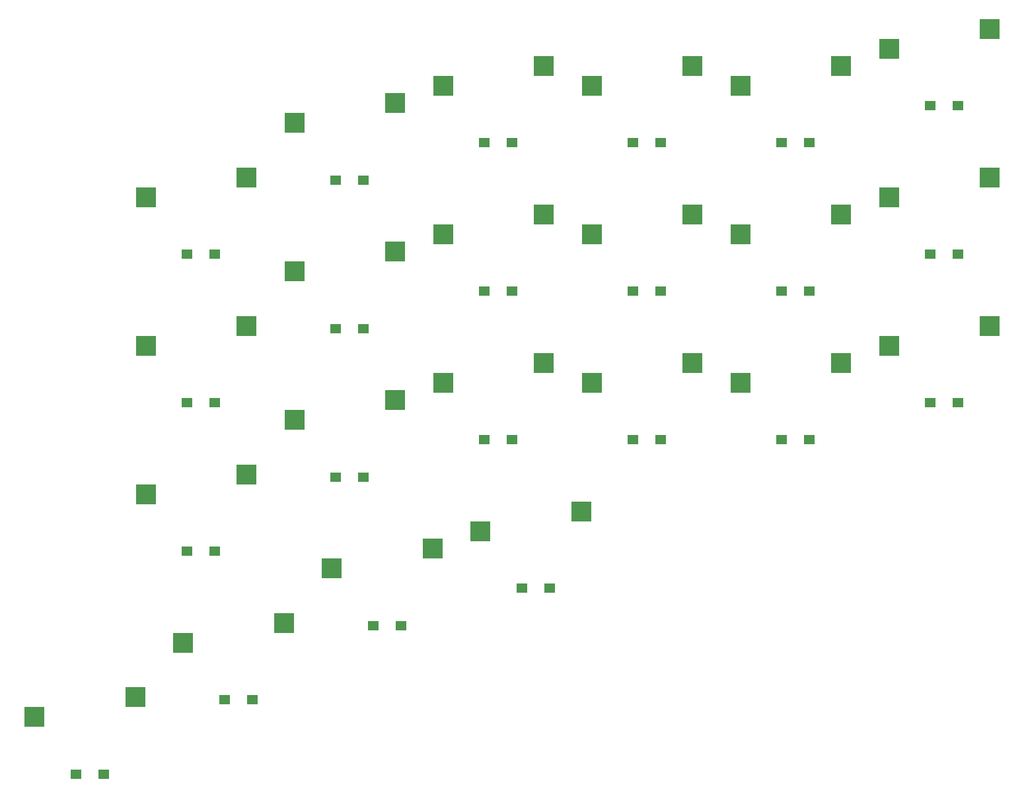
<source format=gbp>
%TF.GenerationSoftware,KiCad,Pcbnew,(7.0.0)*%
%TF.CreationDate,2023-04-23T19:00:17+09:00*%
%TF.ProjectId,pcb_r,7063625f-722e-46b6-9963-61645f706362,rev?*%
%TF.SameCoordinates,Original*%
%TF.FileFunction,Paste,Bot*%
%TF.FilePolarity,Positive*%
%FSLAX46Y46*%
G04 Gerber Fmt 4.6, Leading zero omitted, Abs format (unit mm)*
G04 Created by KiCad (PCBNEW (7.0.0)) date 2023-04-23 19:00:17*
%MOMM*%
%LPD*%
G01*
G04 APERTURE LIST*
%ADD10R,2.550000X2.500000*%
%ADD11R,1.400000X1.300000*%
G04 APERTURE END LIST*
D10*
%TO.C,SW28*%
X264377499Y-28416249D03*
X277304499Y-25876249D03*
%TD*%
%TO.C,SW30*%
X188177499Y-56991249D03*
X201104499Y-54451249D03*
%TD*%
%TO.C,SW40*%
X264377499Y-66516249D03*
X277304499Y-63976249D03*
%TD*%
%TO.C,SW43*%
X192939999Y-95091249D03*
X205866999Y-92551249D03*
%TD*%
%TO.C,SW44*%
X211989999Y-90328749D03*
X224916999Y-87788749D03*
%TD*%
%TO.C,SW39*%
X245327499Y-71278749D03*
X258254499Y-68738749D03*
%TD*%
%TO.C,SW41*%
X154839999Y-114141249D03*
X167766999Y-111601249D03*
%TD*%
%TO.C,SW23*%
X169127499Y-47466249D03*
X182054499Y-44926249D03*
%TD*%
%TO.C,SW25*%
X207227499Y-33178749D03*
X220154499Y-30638749D03*
%TD*%
%TO.C,SW36*%
X188177499Y-76041249D03*
X201104499Y-73501249D03*
%TD*%
%TO.C,SW32*%
X226277499Y-52228749D03*
X239204499Y-49688749D03*
%TD*%
%TO.C,SW38*%
X226277499Y-71278749D03*
X239204499Y-68738749D03*
%TD*%
%TO.C,SW27*%
X245327499Y-33178749D03*
X258254499Y-30638749D03*
%TD*%
%TO.C,SW42*%
X173889999Y-104616249D03*
X186816999Y-102076249D03*
%TD*%
%TO.C,SW33*%
X245327499Y-52228749D03*
X258254499Y-49688749D03*
%TD*%
%TO.C,SW31*%
X207227499Y-52228749D03*
X220154499Y-49688749D03*
%TD*%
%TO.C,SW34*%
X264377499Y-47466249D03*
X277304499Y-44926249D03*
%TD*%
%TO.C,SW26*%
X226277499Y-33178749D03*
X239204499Y-30638749D03*
%TD*%
%TO.C,SW35*%
X169127499Y-85566249D03*
X182054499Y-83026249D03*
%TD*%
%TO.C,SW37*%
X207227499Y-71278749D03*
X220154499Y-68738749D03*
%TD*%
%TO.C,SW29*%
X169127499Y-66516249D03*
X182054499Y-63976249D03*
%TD*%
%TO.C,SW24*%
X188177499Y-37941249D03*
X201104499Y-35401249D03*
%TD*%
D11*
%TO.C,D29*%
X174437499Y-73818749D03*
X177987499Y-73818749D03*
%TD*%
%TO.C,D31*%
X212537499Y-59531249D03*
X216087499Y-59531249D03*
%TD*%
%TO.C,D26*%
X231587499Y-40481249D03*
X235137499Y-40481249D03*
%TD*%
%TO.C,D40*%
X269687499Y-73818749D03*
X273237499Y-73818749D03*
%TD*%
%TO.C,D25*%
X212537499Y-40481249D03*
X216087499Y-40481249D03*
%TD*%
%TO.C,D37*%
X212537499Y-78581249D03*
X216087499Y-78581249D03*
%TD*%
%TO.C,D38*%
X231587499Y-78581249D03*
X235137499Y-78581249D03*
%TD*%
%TO.C,D41*%
X160149999Y-121443749D03*
X163699999Y-121443749D03*
%TD*%
%TO.C,D36*%
X193487499Y-83343749D03*
X197037499Y-83343749D03*
%TD*%
%TO.C,D34*%
X269687499Y-54768749D03*
X273237499Y-54768749D03*
%TD*%
%TO.C,D39*%
X250637499Y-78581249D03*
X254187499Y-78581249D03*
%TD*%
%TO.C,D35*%
X174437499Y-92868749D03*
X177987499Y-92868749D03*
%TD*%
%TO.C,D28*%
X269687499Y-35718749D03*
X273237499Y-35718749D03*
%TD*%
%TO.C,D24*%
X193487499Y-45243749D03*
X197037499Y-45243749D03*
%TD*%
%TO.C,D42*%
X179199999Y-111918749D03*
X182749999Y-111918749D03*
%TD*%
%TO.C,D32*%
X231587499Y-59531249D03*
X235137499Y-59531249D03*
%TD*%
%TO.C,D33*%
X250637499Y-59531249D03*
X254187499Y-59531249D03*
%TD*%
%TO.C,D27*%
X250637499Y-40481249D03*
X254187499Y-40481249D03*
%TD*%
%TO.C,D30*%
X193487499Y-64293749D03*
X197037499Y-64293749D03*
%TD*%
%TO.C,D43*%
X198249999Y-102393749D03*
X201799999Y-102393749D03*
%TD*%
%TO.C,D23*%
X174437499Y-54768749D03*
X177987499Y-54768749D03*
%TD*%
%TO.C,D44*%
X217299999Y-97631249D03*
X220849999Y-97631249D03*
%TD*%
M02*

</source>
